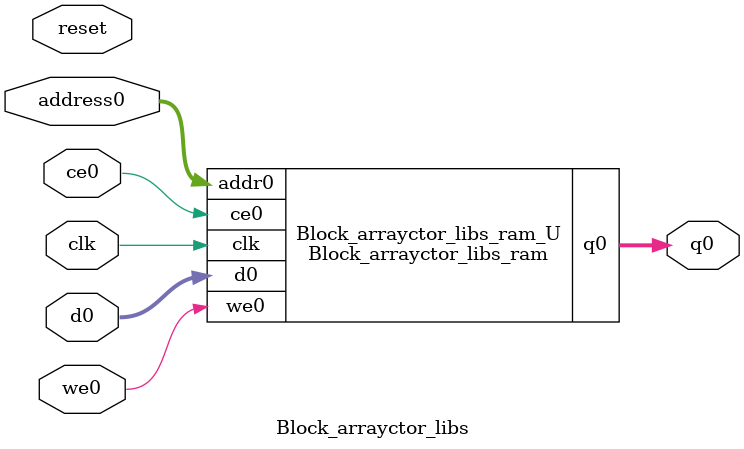
<source format=v>
`timescale 1 ns / 1 ps
module Block_arrayctor_libs_ram (addr0, ce0, d0, we0, q0,  clk);

parameter DWIDTH = 8;
parameter AWIDTH = 10;
parameter MEM_SIZE = 966;

input[AWIDTH-1:0] addr0;
input ce0;
input[DWIDTH-1:0] d0;
input we0;
output reg[DWIDTH-1:0] q0;
input clk;

(* ram_style = "block" *)reg [DWIDTH-1:0] ram[0:MEM_SIZE-1];




always @(posedge clk)  
begin 
    if (ce0) begin
        if (we0) 
            ram[addr0] <= d0; 
        q0 <= ram[addr0];
    end
end


endmodule

`timescale 1 ns / 1 ps
module Block_arrayctor_libs(
    reset,
    clk,
    address0,
    ce0,
    we0,
    d0,
    q0);

parameter DataWidth = 32'd8;
parameter AddressRange = 32'd966;
parameter AddressWidth = 32'd10;
input reset;
input clk;
input[AddressWidth - 1:0] address0;
input ce0;
input we0;
input[DataWidth - 1:0] d0;
output[DataWidth - 1:0] q0;



Block_arrayctor_libs_ram Block_arrayctor_libs_ram_U(
    .clk( clk ),
    .addr0( address0 ),
    .ce0( ce0 ),
    .we0( we0 ),
    .d0( d0 ),
    .q0( q0 ));

endmodule


</source>
